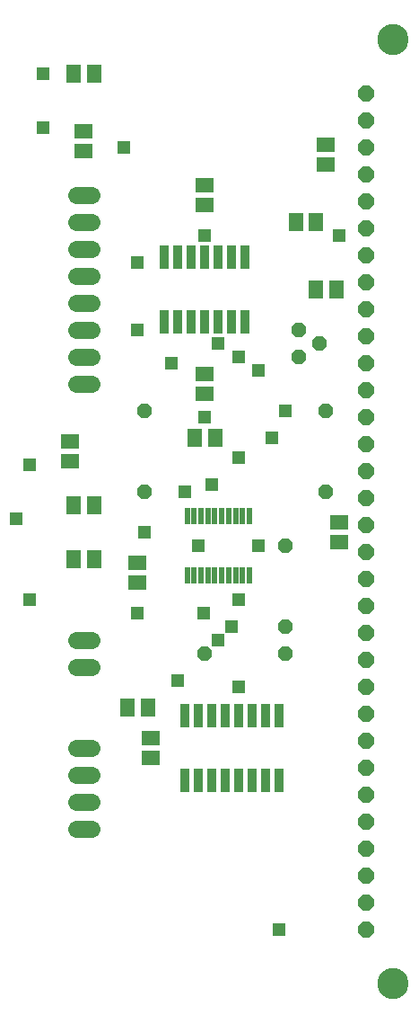
<source format=gts>
G75*
%MOIN*%
%OFA0B0*%
%FSLAX24Y24*%
%IPPOS*%
%LPD*%
%AMOC8*
5,1,8,0,0,1.08239X$1,22.5*
%
%ADD10R,0.0650X0.0571*%
%ADD11R,0.0571X0.0650*%
%ADD12OC8,0.0537*%
%ADD13R,0.0319X0.0859*%
%ADD14C,0.0617*%
%ADD15R,0.0199X0.0639*%
%ADD16OC8,0.0577*%
%ADD17C,0.1159*%
%ADD18R,0.0484X0.0484*%
D10*
X006150Y010776D03*
X006150Y011524D03*
X005650Y017276D03*
X005650Y018024D03*
X003150Y021776D03*
X003150Y022524D03*
X008150Y024276D03*
X008150Y025024D03*
X008150Y031276D03*
X008150Y032024D03*
X012650Y032776D03*
X012650Y033524D03*
X013150Y019524D03*
X013150Y018776D03*
X003650Y033276D03*
X003650Y034024D03*
D11*
X003276Y036150D03*
X004024Y036150D03*
X007776Y022650D03*
X008524Y022650D03*
X012276Y028150D03*
X013024Y028150D03*
X012274Y030650D03*
X011526Y030650D03*
X004024Y020150D03*
X003276Y020150D03*
X003276Y018150D03*
X004024Y018150D03*
X005276Y012650D03*
X006024Y012650D03*
D12*
X008150Y014650D03*
X011150Y014650D03*
X011150Y015650D03*
X011150Y018650D03*
X012650Y020650D03*
X012650Y023650D03*
X011650Y025650D03*
X011650Y026650D03*
X012400Y026150D03*
X005900Y023650D03*
X005900Y020650D03*
D13*
X006650Y026940D03*
X007150Y026940D03*
X007650Y026940D03*
X008150Y026940D03*
X008650Y026940D03*
X009150Y026940D03*
X009650Y026940D03*
X009650Y029360D03*
X009150Y029360D03*
X008650Y029360D03*
X008150Y029360D03*
X007650Y029360D03*
X007150Y029360D03*
X006650Y029360D03*
X007400Y012360D03*
X007900Y012360D03*
X008400Y012360D03*
X008900Y012360D03*
X009400Y012360D03*
X009900Y012360D03*
X010400Y012360D03*
X010900Y012360D03*
X010900Y009940D03*
X010400Y009940D03*
X009900Y009940D03*
X009400Y009940D03*
X008900Y009940D03*
X008400Y009940D03*
X007900Y009940D03*
X007400Y009940D03*
D14*
X003929Y008150D02*
X003371Y008150D01*
X003371Y009150D02*
X003929Y009150D01*
X003929Y010150D02*
X003371Y010150D01*
X003371Y011150D02*
X003929Y011150D01*
X003929Y014150D02*
X003371Y014150D01*
X003371Y015150D02*
X003929Y015150D01*
X003929Y024650D02*
X003371Y024650D01*
X003371Y025650D02*
X003929Y025650D01*
X003929Y026650D02*
X003371Y026650D01*
X003371Y027650D02*
X003929Y027650D01*
X003929Y028650D02*
X003371Y028650D01*
X003371Y029650D02*
X003929Y029650D01*
X003929Y030650D02*
X003371Y030650D01*
X003371Y031650D02*
X003929Y031650D01*
D15*
X007500Y019760D03*
X007750Y019760D03*
X008010Y019760D03*
X008270Y019760D03*
X008520Y019760D03*
X008780Y019760D03*
X009030Y019760D03*
X009290Y019760D03*
X009550Y019760D03*
X009800Y019760D03*
X009800Y017540D03*
X009550Y017540D03*
X009290Y017540D03*
X009030Y017540D03*
X008780Y017540D03*
X008520Y017540D03*
X008270Y017540D03*
X008010Y017540D03*
X007750Y017540D03*
X007500Y017540D03*
D16*
X014150Y017400D03*
X014150Y016400D03*
X014150Y015400D03*
X014150Y014400D03*
X014150Y013400D03*
X014150Y012400D03*
X014150Y011400D03*
X014150Y010400D03*
X014150Y009400D03*
X014150Y008400D03*
X014150Y007400D03*
X014150Y006400D03*
X014150Y005400D03*
X014150Y004400D03*
X014150Y018400D03*
X014150Y019400D03*
X014150Y020400D03*
X014150Y021400D03*
X014150Y022400D03*
X014150Y023400D03*
X014150Y024400D03*
X014150Y025400D03*
X014150Y026400D03*
X014150Y027400D03*
X014150Y028400D03*
X014150Y029400D03*
X014150Y030400D03*
X014150Y031400D03*
X014150Y032400D03*
X014150Y033400D03*
X014150Y034400D03*
X014150Y035400D03*
D17*
X015150Y037400D03*
X015150Y002400D03*
D18*
X010900Y004400D03*
X009400Y013400D03*
X008650Y015150D03*
X009150Y015650D03*
X009400Y016650D03*
X010150Y018650D03*
X008400Y020900D03*
X007400Y020650D03*
X007900Y018650D03*
X008100Y016150D03*
X007150Y013650D03*
X005650Y016150D03*
X005900Y019150D03*
X008150Y023400D03*
X009400Y021900D03*
X010650Y022650D03*
X011150Y023650D03*
X010150Y025150D03*
X009400Y025650D03*
X008650Y026150D03*
X006900Y025400D03*
X005650Y026650D03*
X005650Y029150D03*
X005150Y033400D03*
X002150Y034150D03*
X002150Y036150D03*
X008150Y030150D03*
X013150Y030150D03*
X001650Y021650D03*
X001150Y019650D03*
X001650Y016650D03*
M02*

</source>
